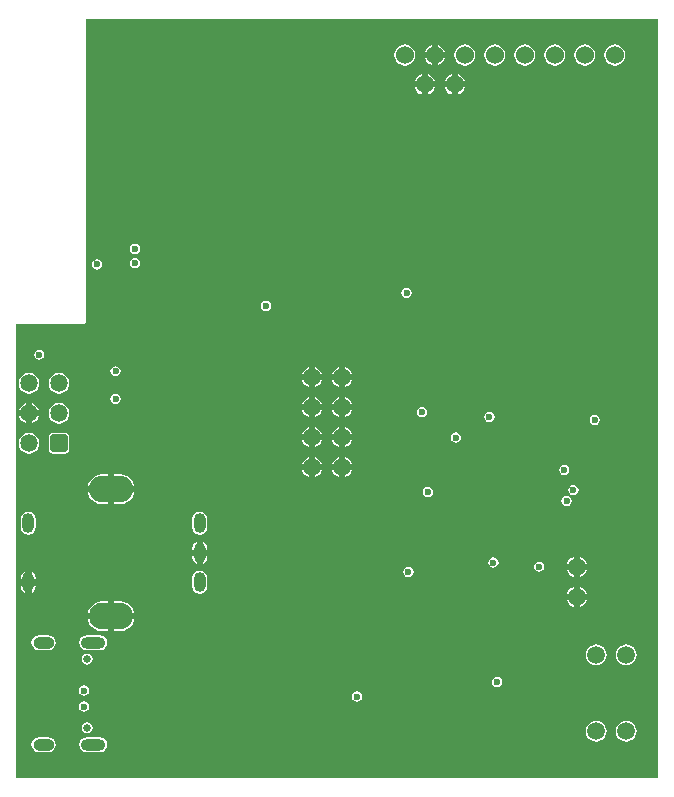
<source format=gbr>
%TF.GenerationSoftware,Altium Limited,Altium Designer,20.1.8 (145)*%
G04 Layer_Physical_Order=3*
G04 Layer_Color=16440176*
%FSLAX45Y45*%
%MOMM*%
%TF.SameCoordinates,75FC8B90-4BF3-40FB-8E76-FB7BBE10E466*%
%TF.FilePolarity,Positive*%
%TF.FileFunction,Copper,L3,Inr,Signal*%
%TF.Part,Single*%
G01*
G75*
%TA.AperFunction,ComponentPad*%
%ADD41C,0.65000*%
%ADD42O,2.10000X1.00000*%
%ADD43O,1.80000X1.00000*%
%ADD44C,1.50000*%
%ADD45C,0.56000*%
G04:AMPARAMS|DCode=46|XSize=1.5mm|YSize=1.45mm|CornerRadius=0.18125mm|HoleSize=0mm|Usage=FLASHONLY|Rotation=90.000|XOffset=0mm|YOffset=0mm|HoleType=Round|Shape=RoundedRectangle|*
%AMROUNDEDRECTD46*
21,1,1.50000,1.08750,0,0,90.0*
21,1,1.13750,1.45000,0,0,90.0*
1,1,0.36250,0.54375,0.56875*
1,1,0.36250,0.54375,-0.56875*
1,1,0.36250,-0.54375,-0.56875*
1,1,0.36250,-0.54375,0.56875*
%
%ADD46ROUNDEDRECTD46*%
%ADD47O,1.45000X1.50000*%
G04:AMPARAMS|DCode=48|XSize=2.25mm|YSize=3.75mm|CornerRadius=1.125mm|HoleSize=0mm|Usage=FLASHONLY|Rotation=90.000|XOffset=0mm|YOffset=0mm|HoleType=Round|Shape=RoundedRectangle|*
%AMROUNDEDRECTD48*
21,1,2.25000,1.50000,0,0,90.0*
21,1,0.00000,3.75000,0,0,90.0*
1,1,2.25000,0.75000,0.00000*
1,1,2.25000,0.75000,0.00000*
1,1,2.25000,-0.75000,0.00000*
1,1,2.25000,-0.75000,0.00000*
%
%ADD48ROUNDEDRECTD48*%
%ADD49O,3.75000X2.25000*%
%ADD50O,1.00000X1.70000*%
%ADD51C,1.52400*%
%TA.AperFunction,ViaPad*%
%ADD52C,0.60000*%
G36*
X5466660Y41341D02*
X33341D01*
Y3883072D01*
X601280D01*
X609084Y3884625D01*
X615700Y3889045D01*
X620120Y3895661D01*
X621672Y3903464D01*
Y6466659D01*
X5466659Y6466659D01*
X5466660Y41341D01*
D02*
G37*
%LPC*%
G36*
X3604402Y6248203D02*
Y6187907D01*
X3664701D01*
X3656655Y6207334D01*
X3642405Y6225904D01*
X3623834Y6240154D01*
X3604402Y6248203D01*
D02*
G37*
G36*
X3553602Y6248204D02*
X3534167Y6240154D01*
X3515596Y6225904D01*
X3501347Y6207334D01*
X3493300Y6187907D01*
X3553602D01*
Y6248204D01*
D02*
G37*
G36*
X3664707Y6137107D02*
X3604402D01*
Y6076797D01*
X3623834Y6084846D01*
X3642405Y6099096D01*
X3656655Y6117667D01*
X3664707Y6137107D01*
D02*
G37*
G36*
X3553602D02*
X3493294D01*
X3501347Y6117667D01*
X3515596Y6099096D01*
X3534167Y6084846D01*
X3553602Y6076796D01*
Y6137107D01*
D02*
G37*
G36*
X5103001Y6252167D02*
X5079793Y6249112D01*
X5058167Y6240154D01*
X5039596Y6225904D01*
X5025347Y6207334D01*
X5016389Y6185708D01*
X5013334Y6162500D01*
X5016389Y6139293D01*
X5025347Y6117667D01*
X5039596Y6099096D01*
X5058167Y6084846D01*
X5079793Y6075889D01*
X5103001Y6072833D01*
X5126208Y6075889D01*
X5147834Y6084846D01*
X5166405Y6099096D01*
X5180655Y6117667D01*
X5189612Y6139293D01*
X5192668Y6162500D01*
X5189612Y6185708D01*
X5180655Y6207334D01*
X5166405Y6225904D01*
X5147834Y6240154D01*
X5126208Y6249112D01*
X5103001Y6252167D01*
D02*
G37*
G36*
X4849001D02*
X4825793Y6249112D01*
X4804167Y6240154D01*
X4785596Y6225904D01*
X4771347Y6207334D01*
X4762389Y6185708D01*
X4759334Y6162500D01*
X4762389Y6139293D01*
X4771347Y6117667D01*
X4785596Y6099096D01*
X4804167Y6084846D01*
X4825793Y6075889D01*
X4849001Y6072833D01*
X4872208Y6075889D01*
X4893834Y6084846D01*
X4912405Y6099096D01*
X4926655Y6117667D01*
X4935612Y6139293D01*
X4938668Y6162500D01*
X4935612Y6185708D01*
X4926655Y6207334D01*
X4912405Y6225904D01*
X4893834Y6240154D01*
X4872208Y6249112D01*
X4849001Y6252167D01*
D02*
G37*
G36*
X4595001D02*
X4571793Y6249112D01*
X4550167Y6240154D01*
X4531596Y6225904D01*
X4517347Y6207334D01*
X4508389Y6185708D01*
X4505334Y6162500D01*
X4508389Y6139293D01*
X4517347Y6117667D01*
X4531596Y6099096D01*
X4550167Y6084846D01*
X4571793Y6075889D01*
X4595001Y6072833D01*
X4618208Y6075889D01*
X4639834Y6084846D01*
X4658405Y6099096D01*
X4672655Y6117667D01*
X4681612Y6139293D01*
X4684668Y6162500D01*
X4681612Y6185708D01*
X4672655Y6207334D01*
X4658405Y6225904D01*
X4639834Y6240154D01*
X4618208Y6249112D01*
X4595001Y6252167D01*
D02*
G37*
G36*
X4341001D02*
X4317793Y6249112D01*
X4296167Y6240154D01*
X4277596Y6225904D01*
X4263347Y6207334D01*
X4254389Y6185708D01*
X4251334Y6162500D01*
X4254389Y6139293D01*
X4263347Y6117667D01*
X4277596Y6099096D01*
X4296167Y6084846D01*
X4317793Y6075889D01*
X4341001Y6072833D01*
X4364208Y6075889D01*
X4385834Y6084846D01*
X4404405Y6099096D01*
X4418655Y6117667D01*
X4427612Y6139293D01*
X4430668Y6162500D01*
X4427612Y6185708D01*
X4418655Y6207334D01*
X4404405Y6225904D01*
X4385834Y6240154D01*
X4364208Y6249112D01*
X4341001Y6252167D01*
D02*
G37*
G36*
X4087001D02*
X4063793Y6249112D01*
X4042167Y6240154D01*
X4023596Y6225904D01*
X4009347Y6207334D01*
X4000389Y6185708D01*
X3997334Y6162500D01*
X4000389Y6139293D01*
X4009347Y6117667D01*
X4023596Y6099096D01*
X4042167Y6084846D01*
X4063793Y6075889D01*
X4087001Y6072833D01*
X4110208Y6075889D01*
X4131834Y6084846D01*
X4150405Y6099096D01*
X4164655Y6117667D01*
X4173612Y6139293D01*
X4176668Y6162500D01*
X4173612Y6185708D01*
X4164655Y6207334D01*
X4150405Y6225904D01*
X4131834Y6240154D01*
X4110208Y6249112D01*
X4087001Y6252167D01*
D02*
G37*
G36*
X3833001D02*
X3809793Y6249112D01*
X3788167Y6240154D01*
X3769596Y6225904D01*
X3755347Y6207334D01*
X3746389Y6185708D01*
X3743334Y6162500D01*
X3746389Y6139293D01*
X3755347Y6117667D01*
X3769596Y6099096D01*
X3788167Y6084846D01*
X3809793Y6075889D01*
X3833001Y6072833D01*
X3856208Y6075889D01*
X3877834Y6084846D01*
X3896405Y6099096D01*
X3910655Y6117667D01*
X3919612Y6139293D01*
X3922668Y6162500D01*
X3919612Y6185708D01*
X3910655Y6207334D01*
X3896405Y6225904D01*
X3877834Y6240154D01*
X3856208Y6249112D01*
X3833001Y6252167D01*
D02*
G37*
G36*
X3325001D02*
X3301793Y6249112D01*
X3280167Y6240154D01*
X3261596Y6225904D01*
X3247347Y6207334D01*
X3238389Y6185708D01*
X3235334Y6162500D01*
X3238389Y6139293D01*
X3247347Y6117667D01*
X3261596Y6099096D01*
X3280167Y6084846D01*
X3301793Y6075889D01*
X3325001Y6072833D01*
X3348208Y6075889D01*
X3369834Y6084846D01*
X3388405Y6099096D01*
X3402655Y6117667D01*
X3411612Y6139293D01*
X3414668Y6162500D01*
X3411612Y6185708D01*
X3402655Y6207334D01*
X3388405Y6225904D01*
X3369834Y6240154D01*
X3348208Y6249112D01*
X3325001Y6252167D01*
D02*
G37*
G36*
X3771906Y5997902D02*
Y5938899D01*
X3830905D01*
X3823106Y5957728D01*
X3809048Y5976048D01*
X3790728Y5990106D01*
X3771906Y5997902D01*
D02*
G37*
G36*
X3517906D02*
Y5938899D01*
X3576905D01*
X3569106Y5957728D01*
X3555048Y5976048D01*
X3536728Y5990106D01*
X3517906Y5997902D01*
D02*
G37*
G36*
X3467106Y5997907D02*
X3448272Y5990106D01*
X3429952Y5976048D01*
X3415894Y5957728D01*
X3408095Y5938899D01*
X3467106D01*
Y5997907D01*
D02*
G37*
G36*
X3721106D02*
X3702272Y5990106D01*
X3683952Y5976048D01*
X3669894Y5957728D01*
X3662095Y5938899D01*
X3721106D01*
Y5997907D01*
D02*
G37*
G36*
X3830904Y5888099D02*
X3771906D01*
Y5829098D01*
X3790728Y5836894D01*
X3809048Y5850952D01*
X3823106Y5869272D01*
X3830904Y5888099D01*
D02*
G37*
G36*
X3576904D02*
X3517906D01*
Y5829098D01*
X3536728Y5836894D01*
X3555048Y5850952D01*
X3569106Y5869272D01*
X3576904Y5888099D01*
D02*
G37*
G36*
X3467106D02*
X3408096D01*
X3415894Y5869272D01*
X3429952Y5850952D01*
X3448272Y5836894D01*
X3467106Y5829093D01*
Y5888099D01*
D02*
G37*
G36*
X3721106D02*
X3662096D01*
X3669894Y5869272D01*
X3683952Y5850952D01*
X3702272Y5836894D01*
X3721106Y5829093D01*
Y5888099D01*
D02*
G37*
G36*
X1040000Y4563536D02*
X1023339Y4560222D01*
X1009215Y4550785D01*
X999778Y4536660D01*
X996464Y4520000D01*
X999778Y4503339D01*
X1009215Y4489215D01*
X1023339Y4479777D01*
X1040000Y4476463D01*
X1056661Y4479777D01*
X1070785Y4489215D01*
X1080222Y4503339D01*
X1083536Y4520000D01*
X1080222Y4536660D01*
X1070785Y4550785D01*
X1056661Y4560222D01*
X1040000Y4563536D01*
D02*
G37*
G36*
Y4443696D02*
X1023339Y4440382D01*
X1009215Y4430945D01*
X999778Y4416820D01*
X996464Y4400160D01*
X999778Y4383499D01*
X1009215Y4369375D01*
X1023339Y4359937D01*
X1040000Y4356623D01*
X1056661Y4359937D01*
X1070785Y4369375D01*
X1080222Y4383499D01*
X1083536Y4400160D01*
X1080222Y4416820D01*
X1070785Y4430945D01*
X1056661Y4440382D01*
X1040000Y4443696D01*
D02*
G37*
G36*
X720294Y4433693D02*
X703633Y4430380D01*
X689509Y4420942D01*
X680072Y4406818D01*
X676758Y4390157D01*
X680072Y4373496D01*
X689509Y4359372D01*
X703633Y4349935D01*
X720294Y4346621D01*
X736955Y4349935D01*
X751079Y4359372D01*
X760516Y4373496D01*
X763830Y4390157D01*
X760516Y4406818D01*
X751079Y4420942D01*
X736955Y4430380D01*
X720294Y4433693D01*
D02*
G37*
G36*
X3339180Y4192532D02*
X3322520Y4189218D01*
X3308395Y4179781D01*
X3298958Y4165657D01*
X3295644Y4148996D01*
X3298958Y4132335D01*
X3308395Y4118211D01*
X3322520Y4108774D01*
X3339180Y4105460D01*
X3355841Y4108774D01*
X3369965Y4118211D01*
X3379403Y4132335D01*
X3382717Y4148996D01*
X3379403Y4165657D01*
X3369965Y4179781D01*
X3355841Y4189218D01*
X3339180Y4192532D01*
D02*
G37*
G36*
X2150187Y4082136D02*
X2133527Y4078822D01*
X2119403Y4069385D01*
X2109965Y4055261D01*
X2106651Y4038600D01*
X2109965Y4021939D01*
X2119403Y4007815D01*
X2133527Y3998378D01*
X2150187Y3995064D01*
X2166848Y3998378D01*
X2180972Y4007815D01*
X2190410Y4021939D01*
X2193724Y4038600D01*
X2190410Y4055261D01*
X2180972Y4069385D01*
X2166848Y4078822D01*
X2150187Y4082136D01*
D02*
G37*
G36*
X230000Y3669396D02*
X213339Y3666082D01*
X199215Y3656644D01*
X189778Y3642520D01*
X186464Y3625859D01*
X189778Y3609199D01*
X199215Y3595074D01*
X213339Y3585637D01*
X230000Y3582323D01*
X246661Y3585637D01*
X260785Y3595074D01*
X270222Y3609199D01*
X273536Y3625859D01*
X270222Y3642520D01*
X260785Y3656644D01*
X246661Y3666082D01*
X230000Y3669396D01*
D02*
G37*
G36*
X2819395Y3518191D02*
Y3459187D01*
X2878403D01*
X2870606Y3478012D01*
X2856548Y3496332D01*
X2838228Y3510390D01*
X2819395Y3518191D01*
D02*
G37*
G36*
X2768595Y3518187D02*
X2749772Y3510390D01*
X2731452Y3496332D01*
X2717394Y3478012D01*
X2709597Y3459187D01*
X2768595D01*
Y3518187D01*
D02*
G37*
G36*
X2563494Y3518189D02*
Y3459184D01*
X2622499D01*
X2614700Y3478012D01*
X2600643Y3496332D01*
X2582322Y3510390D01*
X2563494Y3518189D01*
D02*
G37*
G36*
X2512694D02*
X2493866Y3510390D01*
X2475546Y3496332D01*
X2461489Y3478012D01*
X2453690Y3459184D01*
X2512694D01*
Y3518189D01*
D02*
G37*
G36*
X875473Y3528108D02*
X858812Y3524794D01*
X844688Y3515356D01*
X835251Y3501232D01*
X831937Y3484572D01*
X835251Y3467911D01*
X844688Y3453787D01*
X858812Y3444349D01*
X875473Y3441035D01*
X892134Y3444349D01*
X906258Y3453787D01*
X915695Y3467911D01*
X919009Y3484572D01*
X915695Y3501232D01*
X906258Y3515356D01*
X892134Y3524794D01*
X875473Y3528108D01*
D02*
G37*
G36*
X2768595Y3408387D02*
X2709594D01*
X2717394Y3389556D01*
X2731452Y3371236D01*
X2749772Y3357178D01*
X2768595Y3349381D01*
Y3408387D01*
D02*
G37*
G36*
X2622499Y3408384D02*
X2563494D01*
Y3349379D01*
X2582322Y3357178D01*
X2600643Y3371236D01*
X2614700Y3389556D01*
X2622499Y3408384D01*
D02*
G37*
G36*
X2512694D02*
X2453690D01*
X2461489Y3389556D01*
X2475546Y3371236D01*
X2493866Y3357178D01*
X2512694Y3349379D01*
Y3408384D01*
D02*
G37*
G36*
X2878406Y3408387D02*
X2819395D01*
Y3349377D01*
X2838228Y3357178D01*
X2856548Y3371236D01*
X2870606Y3389556D01*
X2878406Y3408387D01*
D02*
G37*
G36*
X397000Y3472435D02*
X374758Y3469507D01*
X354032Y3460922D01*
X336235Y3447265D01*
X322578Y3429467D01*
X313993Y3408741D01*
X311065Y3386500D01*
Y3381500D01*
X313993Y3359258D01*
X322578Y3338532D01*
X336235Y3320735D01*
X354032Y3307078D01*
X374758Y3298493D01*
X397000Y3295565D01*
X419241Y3298493D01*
X439968Y3307078D01*
X457765Y3320735D01*
X471422Y3338532D01*
X480007Y3359258D01*
X482935Y3381500D01*
Y3386500D01*
X480007Y3408741D01*
X471422Y3429467D01*
X457765Y3447265D01*
X439968Y3460922D01*
X419241Y3469507D01*
X397000Y3472435D01*
D02*
G37*
G36*
X143000D02*
X120758Y3469507D01*
X100032Y3460922D01*
X82235Y3447265D01*
X68578Y3429467D01*
X59993Y3408741D01*
X57065Y3386500D01*
Y3381500D01*
X59993Y3359258D01*
X68578Y3338532D01*
X82235Y3320735D01*
X100032Y3307078D01*
X120758Y3298493D01*
X143000Y3295565D01*
X165241Y3298493D01*
X185968Y3307078D01*
X203765Y3320735D01*
X217422Y3338532D01*
X226007Y3359258D01*
X228935Y3381500D01*
Y3386500D01*
X226007Y3408741D01*
X217422Y3429467D01*
X203765Y3447265D01*
X185968Y3460922D01*
X165241Y3469507D01*
X143000Y3472435D01*
D02*
G37*
G36*
X875473Y3293583D02*
X858812Y3290269D01*
X844688Y3280831D01*
X835251Y3266707D01*
X831937Y3250046D01*
X835251Y3233386D01*
X844688Y3219262D01*
X858812Y3209824D01*
X875473Y3206510D01*
X892134Y3209824D01*
X906258Y3219262D01*
X915695Y3233386D01*
X919009Y3250046D01*
X915695Y3266707D01*
X906258Y3280831D01*
X892134Y3290269D01*
X875473Y3293583D01*
D02*
G37*
G36*
X2819400Y3264189D02*
Y3205184D01*
X2878405D01*
X2870606Y3224012D01*
X2856548Y3242332D01*
X2838228Y3256390D01*
X2819400Y3264189D01*
D02*
G37*
G36*
X2768600D02*
X2749772Y3256390D01*
X2731452Y3242332D01*
X2717394Y3224012D01*
X2709595Y3205184D01*
X2768600D01*
Y3264189D01*
D02*
G37*
G36*
X2563494D02*
Y3205184D01*
X2622499D01*
X2614700Y3224012D01*
X2600643Y3242332D01*
X2582322Y3256390D01*
X2563494Y3264189D01*
D02*
G37*
G36*
X2512694D02*
X2493866Y3256390D01*
X2475546Y3242332D01*
X2461489Y3224012D01*
X2453690Y3205184D01*
X2512694D01*
Y3264189D01*
D02*
G37*
G36*
X168407Y3214196D02*
Y3155401D01*
X225734D01*
X217422Y3175467D01*
X203765Y3193265D01*
X185968Y3206922D01*
X168407Y3214196D01*
D02*
G37*
G36*
X117607Y3214201D02*
X100032Y3206922D01*
X82235Y3193265D01*
X68578Y3175467D01*
X60266Y3155401D01*
X117607D01*
Y3214201D01*
D02*
G37*
G36*
X3468802Y3182685D02*
X3452141Y3179371D01*
X3438017Y3169933D01*
X3428579Y3155809D01*
X3425265Y3139148D01*
X3428579Y3122488D01*
X3438017Y3108363D01*
X3452141Y3098926D01*
X3468802Y3095612D01*
X3485462Y3098926D01*
X3499587Y3108363D01*
X3509024Y3122488D01*
X3512338Y3139148D01*
X3509024Y3155809D01*
X3499587Y3169933D01*
X3485462Y3179371D01*
X3468802Y3182685D01*
D02*
G37*
G36*
X2878405Y3154384D02*
X2819400D01*
Y3095379D01*
X2838228Y3103178D01*
X2856548Y3117236D01*
X2870606Y3135556D01*
X2878405Y3154384D01*
D02*
G37*
G36*
X2768600D02*
X2709595D01*
X2717394Y3135556D01*
X2731452Y3117236D01*
X2749772Y3103178D01*
X2768600Y3095379D01*
Y3154384D01*
D02*
G37*
G36*
X2622499D02*
X2563494D01*
Y3095379D01*
X2582322Y3103178D01*
X2600643Y3117236D01*
X2614700Y3135556D01*
X2622499Y3154384D01*
D02*
G37*
G36*
X2512694D02*
X2453690D01*
X2461489Y3135556D01*
X2475546Y3117236D01*
X2493866Y3103178D01*
X2512694Y3095379D01*
Y3154384D01*
D02*
G37*
G36*
X4041140Y3142336D02*
X4024479Y3139022D01*
X4010355Y3129585D01*
X4000918Y3115461D01*
X3997604Y3098800D01*
X4000918Y3082139D01*
X4010355Y3068015D01*
X4024479Y3058578D01*
X4041140Y3055264D01*
X4057801Y3058578D01*
X4071925Y3068015D01*
X4081362Y3082139D01*
X4084676Y3098800D01*
X4081362Y3115461D01*
X4071925Y3129585D01*
X4057801Y3139022D01*
X4041140Y3142336D01*
D02*
G37*
G36*
X225735Y3104601D02*
X168407D01*
Y3045804D01*
X185968Y3053078D01*
X203765Y3066735D01*
X217422Y3084532D01*
X225735Y3104601D01*
D02*
G37*
G36*
X117607D02*
X60265D01*
X68578Y3084532D01*
X82235Y3066735D01*
X100032Y3053078D01*
X117607Y3045798D01*
Y3104601D01*
D02*
G37*
G36*
X397000Y3218435D02*
X374758Y3215507D01*
X354032Y3206922D01*
X336235Y3193265D01*
X322578Y3175467D01*
X313993Y3154741D01*
X311065Y3132500D01*
Y3127500D01*
X313993Y3105258D01*
X322578Y3084532D01*
X336235Y3066735D01*
X354032Y3053078D01*
X374758Y3044493D01*
X397000Y3041565D01*
X419241Y3044493D01*
X439968Y3053078D01*
X457765Y3066735D01*
X471422Y3084532D01*
X480007Y3105258D01*
X482935Y3127500D01*
Y3132500D01*
X480007Y3154741D01*
X471422Y3175467D01*
X457765Y3193265D01*
X439968Y3206922D01*
X419241Y3215507D01*
X397000Y3218435D01*
D02*
G37*
G36*
X4932261Y3117255D02*
X4915600Y3113941D01*
X4901476Y3104503D01*
X4892038Y3090379D01*
X4888725Y3073719D01*
X4892038Y3057058D01*
X4901476Y3042934D01*
X4915600Y3033496D01*
X4932261Y3030182D01*
X4948922Y3033496D01*
X4963046Y3042934D01*
X4972483Y3057058D01*
X4975797Y3073719D01*
X4972483Y3090379D01*
X4963046Y3104503D01*
X4948922Y3113941D01*
X4932261Y3117255D01*
D02*
G37*
G36*
X2819395Y3010191D02*
Y2951187D01*
X2878403D01*
X2870606Y2970012D01*
X2856548Y2988332D01*
X2838228Y3002390D01*
X2819395Y3010191D01*
D02*
G37*
G36*
X2768595Y3010187D02*
X2749772Y3002390D01*
X2731452Y2988332D01*
X2717394Y2970012D01*
X2709597Y2951187D01*
X2768595D01*
Y3010187D01*
D02*
G37*
G36*
X2563494Y3010189D02*
Y2951184D01*
X2622499D01*
X2614700Y2970012D01*
X2600643Y2988332D01*
X2582322Y3002390D01*
X2563494Y3010189D01*
D02*
G37*
G36*
X2512694D02*
X2493866Y3002390D01*
X2475546Y2988332D01*
X2461489Y2970012D01*
X2453690Y2951184D01*
X2512694D01*
Y3010189D01*
D02*
G37*
G36*
X3756241Y2967237D02*
X3739580Y2963923D01*
X3725456Y2954485D01*
X3716018Y2940361D01*
X3712705Y2923700D01*
X3716018Y2907040D01*
X3725456Y2892915D01*
X3739580Y2883478D01*
X3756241Y2880164D01*
X3772902Y2883478D01*
X3787026Y2892915D01*
X3796463Y2907040D01*
X3799777Y2923700D01*
X3796463Y2940361D01*
X3787026Y2954485D01*
X3772902Y2963923D01*
X3756241Y2967237D01*
D02*
G37*
G36*
X2768595Y2900387D02*
X2709594D01*
X2717394Y2881556D01*
X2731452Y2863236D01*
X2749772Y2849178D01*
X2768595Y2841381D01*
Y2900387D01*
D02*
G37*
G36*
X2622499Y2900384D02*
X2563494D01*
Y2841379D01*
X2582322Y2849178D01*
X2600643Y2863236D01*
X2614700Y2881556D01*
X2622499Y2900384D01*
D02*
G37*
G36*
X2512694D02*
X2453690D01*
X2461489Y2881556D01*
X2475546Y2863236D01*
X2493866Y2849178D01*
X2512694Y2841379D01*
Y2900384D01*
D02*
G37*
G36*
X2878406Y2900387D02*
X2819395D01*
Y2841377D01*
X2838228Y2849178D01*
X2856548Y2863236D01*
X2870606Y2881556D01*
X2878406Y2900387D01*
D02*
G37*
G36*
X451375Y2964304D02*
X342625D01*
X330598Y2961911D01*
X320401Y2955098D01*
X313588Y2944902D01*
X311196Y2932875D01*
Y2819125D01*
X313588Y2807098D01*
X320401Y2796901D01*
X330598Y2790088D01*
X342625Y2787696D01*
X451375D01*
X463402Y2790088D01*
X473599Y2796901D01*
X480412Y2807098D01*
X482804Y2819125D01*
Y2932875D01*
X480412Y2944902D01*
X473599Y2955098D01*
X463402Y2961911D01*
X451375Y2964304D01*
D02*
G37*
G36*
X143000Y2964435D02*
X120758Y2961507D01*
X100032Y2952922D01*
X82235Y2939265D01*
X68578Y2921467D01*
X59993Y2900741D01*
X57065Y2878500D01*
Y2873500D01*
X59993Y2851258D01*
X68578Y2830532D01*
X82235Y2812735D01*
X100032Y2799078D01*
X120758Y2790493D01*
X143000Y2787565D01*
X165241Y2790493D01*
X185968Y2799078D01*
X203765Y2812735D01*
X217422Y2830532D01*
X226007Y2851258D01*
X228935Y2873500D01*
Y2878500D01*
X226007Y2900741D01*
X217422Y2921467D01*
X203765Y2939265D01*
X185968Y2952922D01*
X165241Y2961507D01*
X143000Y2964435D01*
D02*
G37*
G36*
X2563493Y2756189D02*
Y2697191D01*
X2622496D01*
X2614700Y2716012D01*
X2600643Y2734332D01*
X2582322Y2748390D01*
X2563493Y2756189D01*
D02*
G37*
G36*
X2512693Y2756188D02*
X2493866Y2748390D01*
X2475546Y2734332D01*
X2461489Y2716012D01*
X2453692Y2697191D01*
X2512693D01*
Y2756188D01*
D02*
G37*
G36*
X2819395Y2756191D02*
Y2697187D01*
X2878403D01*
X2870606Y2716012D01*
X2856548Y2734332D01*
X2838228Y2748390D01*
X2819395Y2756191D01*
D02*
G37*
G36*
X2768595Y2756187D02*
X2749772Y2748390D01*
X2731452Y2734332D01*
X2717394Y2716012D01*
X2709597Y2697187D01*
X2768595D01*
Y2756187D01*
D02*
G37*
G36*
X4675541Y2692237D02*
X4658880Y2688923D01*
X4644756Y2679485D01*
X4635318Y2665361D01*
X4632004Y2648700D01*
X4635318Y2632040D01*
X4644756Y2617916D01*
X4658880Y2608478D01*
X4675541Y2605164D01*
X4692201Y2608478D01*
X4706326Y2617916D01*
X4715763Y2632040D01*
X4719077Y2648700D01*
X4715763Y2665361D01*
X4706326Y2679485D01*
X4692201Y2688923D01*
X4675541Y2692237D01*
D02*
G37*
G36*
X2768595Y2646387D02*
X2709594D01*
X2717394Y2627556D01*
X2731452Y2609236D01*
X2749772Y2595178D01*
X2768595Y2587381D01*
Y2646387D01*
D02*
G37*
G36*
X2512693Y2646391D02*
X2453687D01*
X2461489Y2627556D01*
X2475546Y2609236D01*
X2493866Y2595178D01*
X2512693Y2587380D01*
Y2646391D01*
D02*
G37*
G36*
X2622502D02*
X2563493D01*
Y2587379D01*
X2582322Y2595178D01*
X2600643Y2609236D01*
X2614700Y2627556D01*
X2622502Y2646391D01*
D02*
G37*
G36*
X2878406Y2646387D02*
X2819395D01*
Y2587377D01*
X2838228Y2595178D01*
X2856548Y2609236D01*
X2870606Y2627556D01*
X2878406Y2646387D01*
D02*
G37*
G36*
X913200Y2611960D02*
X863600D01*
Y2511082D01*
X1036136D01*
X1035177Y2518364D01*
X1022562Y2548820D01*
X1002494Y2574974D01*
X976340Y2595042D01*
X945884Y2607657D01*
X913200Y2611960D01*
D02*
G37*
G36*
X812800D02*
X763200D01*
X730516Y2607657D01*
X700060Y2595042D01*
X673906Y2574974D01*
X653838Y2548820D01*
X641223Y2518364D01*
X640264Y2511082D01*
X812800D01*
Y2611960D01*
D02*
G37*
G36*
X4752294Y2522237D02*
X4735634Y2518923D01*
X4721509Y2509485D01*
X4712072Y2495361D01*
X4708758Y2478700D01*
X4712072Y2462040D01*
X4721509Y2447915D01*
X4735634Y2438478D01*
X4752294Y2435164D01*
X4768955Y2438478D01*
X4783079Y2447915D01*
X4792517Y2462040D01*
X4795831Y2478700D01*
X4792517Y2495361D01*
X4783079Y2509485D01*
X4768955Y2518923D01*
X4752294Y2522237D01*
D02*
G37*
G36*
X3519285Y2507597D02*
X3502624Y2504283D01*
X3488500Y2494845D01*
X3479062Y2480721D01*
X3475748Y2464060D01*
X3479062Y2447400D01*
X3488500Y2433276D01*
X3502624Y2423838D01*
X3519285Y2420524D01*
X3535945Y2423838D01*
X3550069Y2433276D01*
X3559507Y2447400D01*
X3562821Y2464060D01*
X3559507Y2480721D01*
X3550069Y2494845D01*
X3535945Y2504283D01*
X3519285Y2507597D01*
D02*
G37*
G36*
X1036136Y2460282D02*
X863600D01*
Y2359400D01*
X913200D01*
X945884Y2363703D01*
X976340Y2376318D01*
X1002494Y2396387D01*
X1022562Y2422540D01*
X1035177Y2452996D01*
X1036136Y2460282D01*
D02*
G37*
G36*
X812800D02*
X640264D01*
X641223Y2452996D01*
X653838Y2422540D01*
X673906Y2396387D01*
X700060Y2376318D01*
X730516Y2363703D01*
X763200Y2359400D01*
X812800D01*
Y2460282D01*
D02*
G37*
G36*
X4694181Y2431297D02*
X4677520Y2427983D01*
X4663396Y2418545D01*
X4653959Y2404421D01*
X4650645Y2387761D01*
X4653959Y2371100D01*
X4663396Y2356976D01*
X4677520Y2347538D01*
X4694181Y2344224D01*
X4710842Y2347538D01*
X4724966Y2356976D01*
X4734404Y2371100D01*
X4737717Y2387761D01*
X4734404Y2404421D01*
X4724966Y2418545D01*
X4710842Y2427983D01*
X4694181Y2431297D01*
D02*
G37*
G36*
X1588200Y2297108D02*
X1563736Y2292242D01*
X1542996Y2278384D01*
X1529138Y2257644D01*
X1524272Y2233180D01*
Y2163180D01*
X1529138Y2138716D01*
X1542996Y2117976D01*
X1563736Y2104118D01*
X1588200Y2099252D01*
X1612664Y2104118D01*
X1633404Y2117976D01*
X1647262Y2138716D01*
X1652128Y2163180D01*
Y2233180D01*
X1647262Y2257644D01*
X1633404Y2278384D01*
X1612664Y2292242D01*
X1588200Y2297108D01*
D02*
G37*
G36*
X138200D02*
X113736Y2292242D01*
X92996Y2278384D01*
X79138Y2257644D01*
X74272Y2233180D01*
Y2163180D01*
X79138Y2138716D01*
X92996Y2117976D01*
X113736Y2104118D01*
X138200Y2099252D01*
X162664Y2104118D01*
X183404Y2117976D01*
X197262Y2138716D01*
X202128Y2163180D01*
Y2233180D01*
X197262Y2257644D01*
X183404Y2278384D01*
X162664Y2292242D01*
X138200Y2297108D01*
D02*
G37*
G36*
X1615198Y2040549D02*
Y1975174D01*
X1652128D01*
Y1983180D01*
X1647262Y2007644D01*
X1633404Y2028384D01*
X1615198Y2040549D01*
D02*
G37*
G36*
X1561199Y2040547D02*
X1542996Y2028384D01*
X1529138Y2007644D01*
X1524272Y1983180D01*
Y1975174D01*
X1561199D01*
Y2040547D01*
D02*
G37*
G36*
X4805709Y1915057D02*
Y1856052D01*
X4864714D01*
X4856915Y1874881D01*
X4842857Y1893201D01*
X4824537Y1907258D01*
X4805709Y1915057D01*
D02*
G37*
G36*
X4754909D02*
X4736081Y1907258D01*
X4717761Y1893201D01*
X4703704Y1874881D01*
X4695905Y1856052D01*
X4754909D01*
Y1915057D01*
D02*
G37*
G36*
X1561199Y1921174D02*
X1524272D01*
Y1913180D01*
X1529138Y1888716D01*
X1542996Y1867976D01*
X1561199Y1855813D01*
Y1921174D01*
D02*
G37*
G36*
X1652128D02*
X1615198D01*
Y1855811D01*
X1633404Y1867976D01*
X1647262Y1888716D01*
X1652128Y1913180D01*
Y1921174D01*
D02*
G37*
G36*
X4074879Y1909424D02*
X4058219Y1906110D01*
X4044095Y1896672D01*
X4034657Y1882548D01*
X4031343Y1865887D01*
X4034657Y1849227D01*
X4044095Y1835103D01*
X4058219Y1825665D01*
X4074879Y1822351D01*
X4091540Y1825665D01*
X4105664Y1835103D01*
X4115102Y1849227D01*
X4118416Y1865887D01*
X4115102Y1882548D01*
X4105664Y1896672D01*
X4091540Y1906110D01*
X4074879Y1909424D01*
D02*
G37*
G36*
X4463001Y1874189D02*
X4446340Y1870875D01*
X4432216Y1861437D01*
X4422779Y1847313D01*
X4419465Y1830652D01*
X4422779Y1813992D01*
X4432216Y1799868D01*
X4446340Y1790430D01*
X4463001Y1787116D01*
X4479662Y1790430D01*
X4493786Y1799868D01*
X4503223Y1813992D01*
X4506537Y1830652D01*
X4503223Y1847313D01*
X4493786Y1861437D01*
X4479662Y1870875D01*
X4463001Y1874189D01*
D02*
G37*
G36*
X4864714Y1805252D02*
X4805709D01*
Y1746248D01*
X4824537Y1754047D01*
X4842857Y1768104D01*
X4856915Y1786424D01*
X4864714Y1805252D01*
D02*
G37*
G36*
X4754909D02*
X4695905D01*
X4703704Y1786424D01*
X4717761Y1768104D01*
X4736081Y1754047D01*
X4754909Y1746248D01*
Y1805252D01*
D02*
G37*
G36*
X3355652Y1829111D02*
X3338992Y1825797D01*
X3324867Y1816360D01*
X3315430Y1802235D01*
X3312116Y1785575D01*
X3315430Y1768914D01*
X3324867Y1754790D01*
X3338992Y1745352D01*
X3355652Y1742038D01*
X3372313Y1745352D01*
X3386437Y1754790D01*
X3395875Y1768914D01*
X3399189Y1785575D01*
X3395875Y1802235D01*
X3386437Y1816360D01*
X3372313Y1825797D01*
X3355652Y1829111D01*
D02*
G37*
G36*
X165203Y1790546D02*
Y1725184D01*
X202128D01*
Y1733180D01*
X197262Y1757644D01*
X183404Y1778384D01*
X165203Y1790546D01*
D02*
G37*
G36*
X111203Y1790550D02*
X92996Y1778384D01*
X79138Y1757644D01*
X74272Y1733180D01*
Y1725184D01*
X111203D01*
Y1790550D01*
D02*
G37*
G36*
X202128Y1671184D02*
X165203D01*
Y1605814D01*
X183404Y1617976D01*
X197262Y1638716D01*
X202128Y1663180D01*
Y1671184D01*
D02*
G37*
G36*
X111203D02*
X74272D01*
Y1663180D01*
X79138Y1638716D01*
X92996Y1617976D01*
X111203Y1605810D01*
Y1671184D01*
D02*
G37*
G36*
X4805709Y1661057D02*
Y1602052D01*
X4864714D01*
X4856915Y1620881D01*
X4842857Y1639201D01*
X4824537Y1653258D01*
X4805709Y1661057D01*
D02*
G37*
G36*
X4754909D02*
X4736081Y1653258D01*
X4717761Y1639201D01*
X4703704Y1620881D01*
X4695905Y1602052D01*
X4754909D01*
Y1661057D01*
D02*
G37*
G36*
X1588200Y1797108D02*
X1563736Y1792242D01*
X1542996Y1778384D01*
X1529138Y1757644D01*
X1524272Y1733180D01*
Y1663180D01*
X1529138Y1638716D01*
X1542996Y1617976D01*
X1563736Y1604118D01*
X1588200Y1599252D01*
X1612664Y1604118D01*
X1633404Y1617976D01*
X1647262Y1638716D01*
X1652128Y1663180D01*
Y1733180D01*
X1647262Y1757644D01*
X1633404Y1778384D01*
X1612664Y1792242D01*
X1588200Y1797108D01*
D02*
G37*
G36*
X4864714Y1551252D02*
X4805709D01*
Y1492248D01*
X4824537Y1500047D01*
X4842857Y1514104D01*
X4856915Y1532424D01*
X4864714Y1551252D01*
D02*
G37*
G36*
X4754909D02*
X4695905D01*
X4703704Y1532424D01*
X4717761Y1514104D01*
X4736081Y1500047D01*
X4754909Y1492248D01*
Y1551252D01*
D02*
G37*
G36*
X913200Y1536960D02*
X863599D01*
Y1436081D01*
X1036136D01*
X1035177Y1443364D01*
X1022562Y1473820D01*
X1002494Y1499973D01*
X976340Y1520042D01*
X945884Y1532657D01*
X913200Y1536960D01*
D02*
G37*
G36*
X812799D02*
X763200D01*
X730516Y1532657D01*
X700060Y1520042D01*
X673906Y1499973D01*
X653838Y1473820D01*
X641223Y1443364D01*
X640264Y1436081D01*
X812799D01*
Y1536960D01*
D02*
G37*
G36*
X1036136Y1385281D02*
X863599D01*
Y1284400D01*
X913200D01*
X945884Y1288703D01*
X976340Y1301318D01*
X1002494Y1321386D01*
X1022562Y1347540D01*
X1035177Y1377996D01*
X1036136Y1385281D01*
D02*
G37*
G36*
X812799D02*
X640264D01*
X641223Y1377996D01*
X653838Y1347540D01*
X673906Y1321386D01*
X700060Y1301318D01*
X730516Y1288703D01*
X763200Y1284400D01*
X812799D01*
Y1385281D01*
D02*
G37*
G36*
X741001Y1252214D02*
X631001D01*
X606537Y1247348D01*
X585797Y1233490D01*
X571939Y1212750D01*
X567073Y1188286D01*
X571939Y1163821D01*
X585797Y1143082D01*
X606537Y1129224D01*
X631001Y1124357D01*
X741001D01*
X765465Y1129224D01*
X786205Y1143082D01*
X800063Y1163821D01*
X804929Y1188286D01*
X800063Y1212750D01*
X786205Y1233490D01*
X765465Y1247348D01*
X741001Y1252214D01*
D02*
G37*
G36*
X307993D02*
X227993D01*
X203529Y1247348D01*
X182789Y1233490D01*
X168931Y1212750D01*
X164065Y1188286D01*
X168931Y1163821D01*
X182789Y1143082D01*
X203529Y1129224D01*
X227993Y1124357D01*
X307993D01*
X332457Y1129224D01*
X353197Y1143082D01*
X367055Y1163821D01*
X371921Y1188286D01*
X367055Y1212750D01*
X353197Y1233490D01*
X332457Y1247348D01*
X307993Y1252214D01*
D02*
G37*
G36*
X636009Y1092359D02*
X618373Y1088851D01*
X603422Y1078861D01*
X593432Y1063910D01*
X589924Y1046274D01*
X593432Y1028638D01*
X603422Y1013686D01*
X618373Y1003696D01*
X636009Y1000188D01*
X653646Y1003696D01*
X668597Y1013686D01*
X678587Y1028638D01*
X682095Y1046274D01*
X678587Y1063910D01*
X668597Y1078861D01*
X653646Y1088851D01*
X636009Y1092359D01*
D02*
G37*
G36*
X5199382Y1173037D02*
X5176488Y1170023D01*
X5155154Y1161186D01*
X5136834Y1147128D01*
X5122777Y1128808D01*
X5113940Y1107474D01*
X5110926Y1084580D01*
X5113940Y1061686D01*
X5122777Y1040352D01*
X5136834Y1022032D01*
X5155154Y1007974D01*
X5176488Y999137D01*
X5199382Y996123D01*
X5222277Y999137D01*
X5243611Y1007974D01*
X5261931Y1022032D01*
X5275988Y1040352D01*
X5284825Y1061686D01*
X5287839Y1084580D01*
X5284825Y1107474D01*
X5275988Y1128808D01*
X5261931Y1147128D01*
X5243611Y1161186D01*
X5222277Y1170023D01*
X5199382Y1173037D01*
D02*
G37*
G36*
X4945382D02*
X4922488Y1170023D01*
X4901154Y1161186D01*
X4882834Y1147128D01*
X4868777Y1128808D01*
X4859940Y1107474D01*
X4856926Y1084580D01*
X4859940Y1061686D01*
X4868777Y1040352D01*
X4882834Y1022032D01*
X4901154Y1007974D01*
X4922488Y999137D01*
X4945382Y996123D01*
X4968277Y999137D01*
X4989611Y1007974D01*
X5007931Y1022032D01*
X5021988Y1040352D01*
X5030825Y1061686D01*
X5033839Y1084580D01*
X5030825Y1107474D01*
X5021988Y1128808D01*
X5007931Y1147128D01*
X4989611Y1161186D01*
X4968277Y1170023D01*
X4945382Y1173037D01*
D02*
G37*
G36*
X4107420Y897230D02*
X4090759Y893916D01*
X4076635Y884478D01*
X4067197Y870354D01*
X4063883Y853693D01*
X4067197Y837033D01*
X4076635Y822908D01*
X4090759Y813471D01*
X4107420Y810157D01*
X4124080Y813471D01*
X4138205Y822908D01*
X4147642Y837033D01*
X4150956Y853693D01*
X4147642Y870354D01*
X4138205Y884478D01*
X4124080Y893916D01*
X4107420Y897230D01*
D02*
G37*
G36*
X609600Y824812D02*
X592939Y821498D01*
X578815Y812061D01*
X569378Y797937D01*
X566064Y781276D01*
X569378Y764615D01*
X578815Y750491D01*
X592939Y741054D01*
X609600Y737740D01*
X626261Y741054D01*
X640385Y750491D01*
X649822Y764615D01*
X653136Y781276D01*
X649822Y797937D01*
X640385Y812061D01*
X626261Y821498D01*
X609600Y824812D01*
D02*
G37*
G36*
X2919600Y774738D02*
X2902940Y771424D01*
X2888816Y761986D01*
X2879378Y747862D01*
X2876064Y731201D01*
X2879378Y714541D01*
X2888816Y700416D01*
X2902940Y690979D01*
X2919600Y687665D01*
X2936261Y690979D01*
X2950385Y700416D01*
X2959823Y714541D01*
X2963137Y731201D01*
X2959823Y747862D01*
X2950385Y761986D01*
X2936261Y771424D01*
X2919600Y774738D01*
D02*
G37*
G36*
X609600Y690065D02*
X592939Y686751D01*
X578815Y677314D01*
X569378Y663190D01*
X566064Y646529D01*
X569378Y629868D01*
X578815Y615744D01*
X592939Y606307D01*
X609600Y602993D01*
X626261Y606307D01*
X640385Y615744D01*
X649822Y629868D01*
X653136Y646529D01*
X649822Y663190D01*
X640385Y677314D01*
X626261Y686751D01*
X609600Y690065D01*
D02*
G37*
G36*
X636009Y513366D02*
X618373Y509858D01*
X603422Y499868D01*
X593432Y484917D01*
X589924Y467281D01*
X593432Y449645D01*
X603422Y434693D01*
X618373Y424703D01*
X636009Y421195D01*
X653646Y424703D01*
X668597Y434693D01*
X678587Y449645D01*
X682095Y467281D01*
X678587Y484917D01*
X668597Y499868D01*
X653646Y509858D01*
X636009Y513366D01*
D02*
G37*
G36*
X5199380Y525337D02*
X5176486Y522323D01*
X5155152Y513486D01*
X5136832Y499428D01*
X5122774Y481108D01*
X5113937Y459774D01*
X5110923Y436880D01*
X5113937Y413986D01*
X5122774Y392652D01*
X5136832Y374332D01*
X5155152Y360274D01*
X5176486Y351437D01*
X5199380Y348423D01*
X5222274Y351437D01*
X5243608Y360274D01*
X5261928Y374332D01*
X5275986Y392652D01*
X5284823Y413986D01*
X5287837Y436880D01*
X5284823Y459774D01*
X5275986Y481108D01*
X5261928Y499428D01*
X5243608Y513486D01*
X5222274Y522323D01*
X5199380Y525337D01*
D02*
G37*
G36*
X4945380D02*
X4922486Y522323D01*
X4901152Y513486D01*
X4882832Y499428D01*
X4868774Y481108D01*
X4859937Y459774D01*
X4856923Y436880D01*
X4859937Y413986D01*
X4868774Y392652D01*
X4882832Y374332D01*
X4901152Y360274D01*
X4922486Y351437D01*
X4945380Y348423D01*
X4968274Y351437D01*
X4989608Y360274D01*
X5007928Y374332D01*
X5021986Y392652D01*
X5030823Y413986D01*
X5033837Y436880D01*
X5030823Y459774D01*
X5021986Y481108D01*
X5007928Y499428D01*
X4989608Y513486D01*
X4968274Y522323D01*
X4945380Y525337D01*
D02*
G37*
G36*
X741001Y388208D02*
X631001D01*
X606537Y383341D01*
X585797Y369483D01*
X571939Y348744D01*
X567073Y324279D01*
X571939Y299815D01*
X585797Y279075D01*
X606537Y265217D01*
X631001Y260351D01*
X741001D01*
X765465Y265217D01*
X786205Y279075D01*
X800063Y299815D01*
X804929Y324279D01*
X800063Y348744D01*
X786205Y369483D01*
X765465Y383341D01*
X741001Y388208D01*
D02*
G37*
G36*
X307993D02*
X227993D01*
X203529Y383341D01*
X182789Y369483D01*
X168931Y348744D01*
X164065Y324279D01*
X168931Y299815D01*
X182789Y279075D01*
X203529Y265217D01*
X227993Y260351D01*
X307993D01*
X332457Y265217D01*
X353197Y279075D01*
X367055Y299815D01*
X371921Y324279D01*
X367055Y348744D01*
X353197Y369483D01*
X332457Y383341D01*
X307993Y388208D01*
D02*
G37*
%LPD*%
D41*
X636009Y1046274D02*
D03*
Y467281D02*
D03*
D42*
X686001Y1188286D02*
D03*
Y324279D02*
D03*
D43*
X267993Y1188286D02*
D03*
Y324279D02*
D03*
D44*
X2538094Y3433784D02*
D03*
Y3179784D02*
D03*
X2794000Y3433784D02*
D03*
Y3179784D02*
D03*
Y2671784D02*
D03*
Y2925784D02*
D03*
X2538094Y2671784D02*
D03*
X4945380Y436880D02*
D03*
X5199380D02*
D03*
X4945382Y1084580D02*
D03*
X5199382D02*
D03*
X3746500Y5913500D02*
D03*
X3492500D02*
D03*
X4780309Y1576652D02*
D03*
Y1830652D02*
D03*
X2538094Y2925784D02*
D03*
D45*
X1452280Y5054720D02*
D03*
X1592280D02*
D03*
Y4774720D02*
D03*
X1452280D02*
D03*
X1662280Y4704720D02*
D03*
X1522280D02*
D03*
X1382280D02*
D03*
X1732280Y5054720D02*
D03*
Y4914720D02*
D03*
Y4774720D02*
D03*
X1382280Y5124720D02*
D03*
X1662280D02*
D03*
X1522280D02*
D03*
X1312280Y5054720D02*
D03*
Y4774720D02*
D03*
Y4914720D02*
D03*
X1662280Y4984720D02*
D03*
Y4844720D02*
D03*
X1522280Y4984720D02*
D03*
Y4844720D02*
D03*
X1382280Y4984720D02*
D03*
Y4844720D02*
D03*
X1592280Y4914720D02*
D03*
X1452280D02*
D03*
D46*
X397000Y2876000D02*
D03*
D47*
Y3130000D02*
D03*
Y3384000D02*
D03*
X143000D02*
D03*
Y3130000D02*
D03*
Y2876000D02*
D03*
D48*
X838200Y1410680D02*
D03*
D49*
Y2485680D02*
D03*
D50*
X138200Y2198180D02*
D03*
Y1698180D02*
D03*
X1588200Y1948180D02*
D03*
Y2198180D02*
D03*
Y1698180D02*
D03*
D51*
X5103001Y6162500D02*
D03*
X4849001D02*
D03*
X4595001D02*
D03*
X4341001D02*
D03*
X4087001D02*
D03*
X3833001D02*
D03*
X3579001D02*
D03*
X3325001D02*
D03*
D52*
X4463001Y1830652D02*
D03*
X4725045Y3418442D02*
D03*
X5013284Y2563279D02*
D03*
X3468802Y3139148D02*
D03*
X4932261Y3073719D02*
D03*
X4154724Y3508809D02*
D03*
X4091224D02*
D03*
X4041140Y3098800D02*
D03*
X3931701Y3032320D02*
D03*
X3995251D02*
D03*
X3756241Y2923700D02*
D03*
X1672384Y1600542D02*
D03*
X1889426Y1615164D02*
D03*
X1894121Y1001004D02*
D03*
X2150187Y4038600D02*
D03*
X875473Y3250046D02*
D03*
Y3484572D02*
D03*
X4107420Y853693D02*
D03*
X4487850Y876720D02*
D03*
X4364420Y179321D02*
D03*
X4032731Y349582D02*
D03*
X3590575Y1201400D02*
D03*
X3755777Y1165873D02*
D03*
X2822500Y5665000D02*
D03*
X3847502Y4038506D02*
D03*
X3974534Y4428893D02*
D03*
X4451160Y1163727D02*
D03*
X3368202Y933257D02*
D03*
X3832814Y2400548D02*
D03*
X3829164Y2534685D02*
D03*
X4402367Y2533937D02*
D03*
X4369294Y2798552D02*
D03*
X4653242Y2806841D02*
D03*
X4451322Y2914311D02*
D03*
X4560628Y3036898D02*
D03*
X3355652Y1785575D02*
D03*
X1040000Y4520000D02*
D03*
X2919600Y731201D02*
D03*
X720294Y4390157D02*
D03*
X4736225Y2308222D02*
D03*
X3733800Y4280000D02*
D03*
X538178Y598941D02*
D03*
X552930Y904130D02*
D03*
X1360390Y810301D02*
D03*
X2339340Y4064380D02*
D03*
X609600Y646529D02*
D03*
X3365108Y2185758D02*
D03*
X3301604Y2187164D02*
D03*
X3170223Y2237400D02*
D03*
X3106723D02*
D03*
X3170223Y2050000D02*
D03*
X3106723D02*
D03*
X3209177Y5052634D02*
D03*
X4006953Y4966894D02*
D03*
X3905983Y5037404D02*
D03*
X4009475Y4850025D02*
D03*
X3916557Y4775666D02*
D03*
X2237841Y2379538D02*
D03*
X2237740Y1838960D02*
D03*
X2788001Y537980D02*
D03*
X2675741Y446440D02*
D03*
X2899261D02*
D03*
X2787228Y994217D02*
D03*
X2681540Y906427D02*
D03*
X2895526Y907589D02*
D03*
X2680069Y1263457D02*
D03*
X2895184Y1263482D02*
D03*
X2787488Y1174789D02*
D03*
X2479121Y596500D02*
D03*
Y406000D02*
D03*
X2316621Y501200D02*
D03*
X2641181D02*
D03*
X2627903Y1209894D02*
D03*
X2331378Y1209089D02*
D03*
X2478624Y1117820D02*
D03*
X2479121Y1303400D02*
D03*
X4899241Y3372059D02*
D03*
X4962741D02*
D03*
X4899241Y3559459D02*
D03*
X4962741D02*
D03*
X4638949Y3334009D02*
D03*
X4810214Y3333513D02*
D03*
X4467132Y3335756D02*
D03*
X4554865Y3418442D02*
D03*
X3911665Y3438520D02*
D03*
X3975165D02*
D03*
X3781706Y3390670D02*
D03*
X3718206D02*
D03*
X3212802Y1076863D02*
D03*
X3434712Y2470424D02*
D03*
X3417571Y2586493D02*
D03*
X3583521Y1422990D02*
D03*
Y1594851D02*
D03*
X3519285Y2464060D02*
D03*
X3527811Y2637203D02*
D03*
X3621973Y2845215D02*
D03*
X3504199Y2801584D02*
D03*
X3821061Y1974260D02*
D03*
Y2202282D02*
D03*
X3772448Y2843094D02*
D03*
X3996471Y1968602D02*
D03*
X3979161Y2193700D02*
D03*
X4044401D02*
D03*
X3963071Y2811160D02*
D03*
X4024081D02*
D03*
X4487850Y557443D02*
D03*
X3980419Y557533D02*
D03*
X4186244Y1426924D02*
D03*
X4236781Y2815080D02*
D03*
Y3032320D02*
D03*
X4347205Y1426924D02*
D03*
X4426092Y1501196D02*
D03*
X4350567Y1970975D02*
D03*
X4421781D02*
D03*
X4334241Y2193700D02*
D03*
X4408479Y2211833D02*
D03*
X4424321Y2378700D02*
D03*
X4642701Y2238940D02*
D03*
X4531781Y2173700D02*
D03*
X4642701D02*
D03*
X3840420Y1249138D02*
D03*
X5001799Y2217360D02*
D03*
X4945245Y2741811D02*
D03*
X5099051Y2477935D02*
D03*
X4945806Y2568603D02*
D03*
X3055932Y932372D02*
D03*
X3212477Y787579D02*
D03*
X3581781Y2278700D02*
D03*
X4452020Y266921D02*
D03*
X3797056Y1550818D02*
D03*
X3712632Y1508920D02*
D03*
X3776405Y2083215D02*
D03*
X3801781Y2278700D02*
D03*
X4032775Y1534880D02*
D03*
X4421781Y2280290D02*
D03*
X4443414Y2082061D02*
D03*
X4752294Y2478700D02*
D03*
X5029890Y2654126D02*
D03*
X4487533Y331802D02*
D03*
X3927847Y349582D02*
D03*
X4074879Y1865887D02*
D03*
X4060211Y1968602D02*
D03*
X3493535Y2354641D02*
D03*
X3899520Y2811160D02*
D03*
X4085091Y2801160D02*
D03*
X4488420Y1112082D02*
D03*
X4266725Y1426924D02*
D03*
X4506572Y1501196D02*
D03*
X4694181Y2387761D02*
D03*
X4675541Y2648700D02*
D03*
X5082478Y2307190D02*
D03*
X5005547Y2392022D02*
D03*
X3877536Y1550818D02*
D03*
X3454410Y1508920D02*
D03*
X4113255Y1534880D02*
D03*
X4779102Y1248140D02*
D03*
X3606821Y4348460D02*
D03*
X3429340Y4280000D02*
D03*
X3606821Y4168865D02*
D03*
Y4280000D02*
D03*
X3514420Y4168865D02*
D03*
X3412876Y4655706D02*
D03*
X3250809Y4749510D02*
D03*
X3123800Y6418864D02*
D03*
X1506880Y6428864D02*
D03*
X1319080Y6058585D02*
D03*
X1954080D02*
D03*
X1827080D02*
D03*
X1700080D02*
D03*
X1573080D02*
D03*
X1446080D02*
D03*
X230000Y3625859D02*
D03*
X710280Y6060000D02*
D03*
X790280D02*
D03*
Y5819440D02*
D03*
X710280D02*
D03*
X719820Y3792960D02*
D03*
X720440Y4069440D02*
D03*
X800440D02*
D03*
X800280Y4310000D02*
D03*
X604980Y3540000D02*
D03*
X692480Y3662520D02*
D03*
X512700D02*
D03*
X804900Y3897730D02*
D03*
X604980Y3790000D02*
D03*
X719820Y4000000D02*
D03*
X720280Y4310000D02*
D03*
X2555240Y4058920D02*
D03*
X1040000Y4400160D02*
D03*
X3339180Y4148996D02*
D03*
X2645145Y5570000D02*
D03*
Y4427340D02*
D03*
Y4554340D02*
D03*
Y4681340D02*
D03*
Y4808340D02*
D03*
X3833578Y5126073D02*
D03*
X2645145Y5633417D02*
D03*
Y5443340D02*
D03*
Y5321420D02*
D03*
X3547621Y4780980D02*
D03*
X3457268Y4851160D02*
D03*
X3462348Y4965760D02*
D03*
X3552683Y5035760D02*
D03*
X3639809Y5118460D02*
D03*
X3840480Y4348460D02*
D03*
Y4418460D02*
D03*
X3835400Y4620840D02*
D03*
Y4690840D02*
D03*
X3632189Y4631000D02*
D03*
Y4698460D02*
D03*
X2050461Y501200D02*
D03*
X1737781D02*
D03*
Y1208100D02*
D03*
X2050461D02*
D03*
X1893368Y1405990D02*
D03*
X1894121Y713420D02*
D03*
Y294060D02*
D03*
X1640840Y614296D02*
D03*
X2645145Y4935340D02*
D03*
Y5064880D02*
D03*
Y5194420D02*
D03*
X1437640Y341293D02*
D03*
X1305560D02*
D03*
X1257300Y636289D02*
D03*
X1125220D02*
D03*
Y917240D02*
D03*
X1257300D02*
D03*
X609600Y781276D02*
D03*
X1069340Y1070180D02*
D03*
X866140Y1093998D02*
D03*
Y1022878D02*
D03*
Y382900D02*
D03*
Y454020D02*
D03*
%TF.MD5,f4ad032a4ce4158bc14ef53aa0b8527d*%
M02*

</source>
